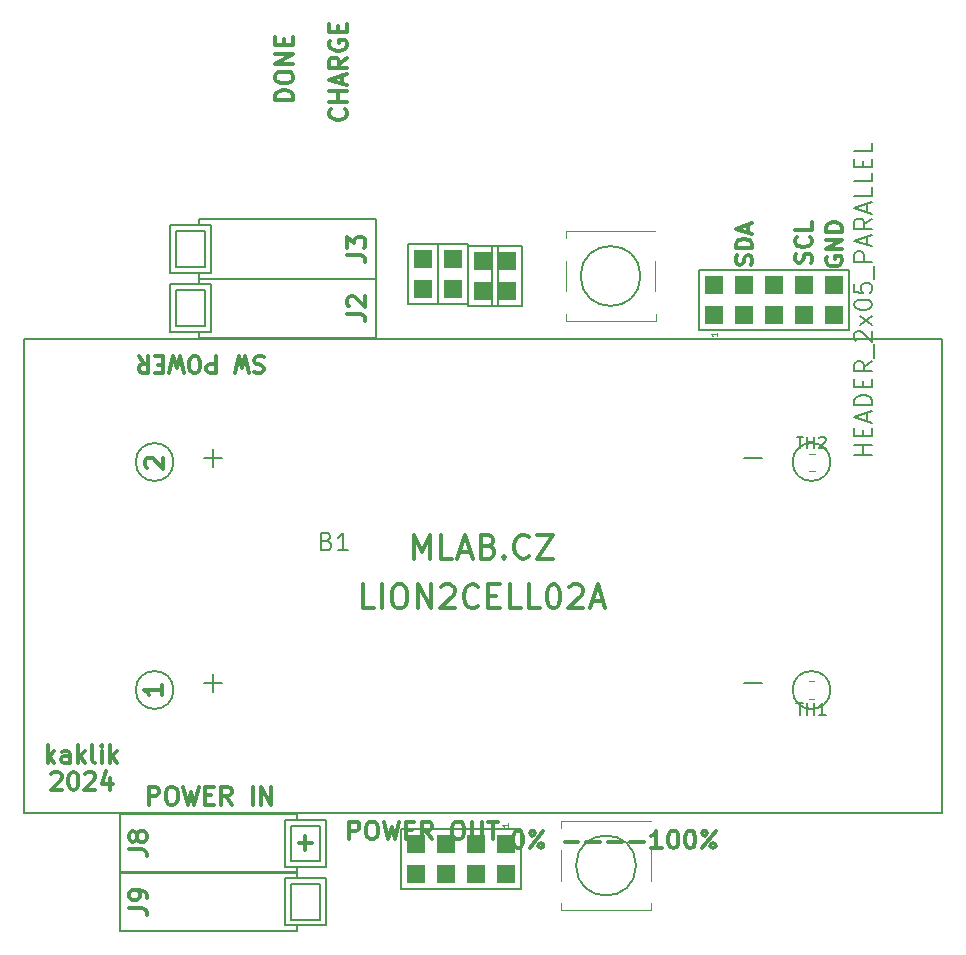
<source format=gbr>
%TF.GenerationSoftware,KiCad,Pcbnew,8.0.3+1*%
%TF.CreationDate,2024-07-21T23:12:17+00:00*%
%TF.ProjectId,LION2CELL02,4c494f4e-3243-4454-9c4c-30322e6b6963,rev?*%
%TF.SameCoordinates,Original*%
%TF.FileFunction,Legend,Top*%
%TF.FilePolarity,Positive*%
%FSLAX46Y46*%
G04 Gerber Fmt 4.6, Leading zero omitted, Abs format (unit mm)*
G04 Created by KiCad (PCBNEW 8.0.3+1) date 2024-07-21 23:12:17*
%MOMM*%
%LPD*%
G01*
G04 APERTURE LIST*
%ADD10C,0.300000*%
%ADD11C,0.375000*%
%ADD12C,0.304800*%
%ADD13C,0.050000*%
%ADD14C,0.150000*%
%ADD15C,0.200000*%
%ADD16C,0.120000*%
%ADD17C,0.127000*%
%ADD18R,1.524000X1.524000*%
G04 APERTURE END LIST*
D10*
X73463400Y62059035D02*
X73530066Y62259035D01*
X73530066Y62259035D02*
X73530066Y62592368D01*
X73530066Y62592368D02*
X73463400Y62725702D01*
X73463400Y62725702D02*
X73396733Y62792368D01*
X73396733Y62792368D02*
X73263400Y62859035D01*
X73263400Y62859035D02*
X73130066Y62859035D01*
X73130066Y62859035D02*
X72996733Y62792368D01*
X72996733Y62792368D02*
X72930066Y62725702D01*
X72930066Y62725702D02*
X72863400Y62592368D01*
X72863400Y62592368D02*
X72796733Y62325702D01*
X72796733Y62325702D02*
X72730066Y62192368D01*
X72730066Y62192368D02*
X72663400Y62125702D01*
X72663400Y62125702D02*
X72530066Y62059035D01*
X72530066Y62059035D02*
X72396733Y62059035D01*
X72396733Y62059035D02*
X72263400Y62125702D01*
X72263400Y62125702D02*
X72196733Y62192368D01*
X72196733Y62192368D02*
X72130066Y62325702D01*
X72130066Y62325702D02*
X72130066Y62659035D01*
X72130066Y62659035D02*
X72196733Y62859035D01*
X73396733Y64259035D02*
X73463400Y64192368D01*
X73463400Y64192368D02*
X73530066Y63992368D01*
X73530066Y63992368D02*
X73530066Y63859035D01*
X73530066Y63859035D02*
X73463400Y63659035D01*
X73463400Y63659035D02*
X73330066Y63525701D01*
X73330066Y63525701D02*
X73196733Y63459035D01*
X73196733Y63459035D02*
X72930066Y63392368D01*
X72930066Y63392368D02*
X72730066Y63392368D01*
X72730066Y63392368D02*
X72463400Y63459035D01*
X72463400Y63459035D02*
X72330066Y63525701D01*
X72330066Y63525701D02*
X72196733Y63659035D01*
X72196733Y63659035D02*
X72130066Y63859035D01*
X72130066Y63859035D02*
X72130066Y63992368D01*
X72130066Y63992368D02*
X72196733Y64192368D01*
X72196733Y64192368D02*
X72263400Y64259035D01*
X73530066Y65525701D02*
X73530066Y64859035D01*
X73530066Y64859035D02*
X72130066Y64859035D01*
D11*
X17249685Y44732630D02*
X17178257Y44804058D01*
X17178257Y44804058D02*
X17106828Y44946915D01*
X17106828Y44946915D02*
X17106828Y45304058D01*
X17106828Y45304058D02*
X17178257Y45446915D01*
X17178257Y45446915D02*
X17249685Y45518344D01*
X17249685Y45518344D02*
X17392542Y45589773D01*
X17392542Y45589773D02*
X17535400Y45589773D01*
X17535400Y45589773D02*
X17749685Y45518344D01*
X17749685Y45518344D02*
X18606828Y44661201D01*
X18606828Y44661201D02*
X18606828Y45589773D01*
D10*
X68446900Y61904035D02*
X68513566Y62104035D01*
X68513566Y62104035D02*
X68513566Y62437368D01*
X68513566Y62437368D02*
X68446900Y62570702D01*
X68446900Y62570702D02*
X68380233Y62637368D01*
X68380233Y62637368D02*
X68246900Y62704035D01*
X68246900Y62704035D02*
X68113566Y62704035D01*
X68113566Y62704035D02*
X67980233Y62637368D01*
X67980233Y62637368D02*
X67913566Y62570702D01*
X67913566Y62570702D02*
X67846900Y62437368D01*
X67846900Y62437368D02*
X67780233Y62170702D01*
X67780233Y62170702D02*
X67713566Y62037368D01*
X67713566Y62037368D02*
X67646900Y61970702D01*
X67646900Y61970702D02*
X67513566Y61904035D01*
X67513566Y61904035D02*
X67380233Y61904035D01*
X67380233Y61904035D02*
X67246900Y61970702D01*
X67246900Y61970702D02*
X67180233Y62037368D01*
X67180233Y62037368D02*
X67113566Y62170702D01*
X67113566Y62170702D02*
X67113566Y62504035D01*
X67113566Y62504035D02*
X67180233Y62704035D01*
X68513566Y63304035D02*
X67113566Y63304035D01*
X67113566Y63304035D02*
X67113566Y63637368D01*
X67113566Y63637368D02*
X67180233Y63837368D01*
X67180233Y63837368D02*
X67313566Y63970701D01*
X67313566Y63970701D02*
X67446900Y64037368D01*
X67446900Y64037368D02*
X67713566Y64104035D01*
X67713566Y64104035D02*
X67913566Y64104035D01*
X67913566Y64104035D02*
X68180233Y64037368D01*
X68180233Y64037368D02*
X68313566Y63970701D01*
X68313566Y63970701D02*
X68446900Y63837368D01*
X68446900Y63837368D02*
X68513566Y63637368D01*
X68513566Y63637368D02*
X68513566Y63304035D01*
X68113566Y64637368D02*
X68113566Y65304035D01*
X68513566Y64504035D02*
X67113566Y64970701D01*
X67113566Y64970701D02*
X68513566Y65437368D01*
D11*
X18530628Y26336573D02*
X18530628Y25479430D01*
X18530628Y25908001D02*
X17030628Y25908001D01*
X17030628Y25908001D02*
X17244914Y25765144D01*
X17244914Y25765144D02*
X17387771Y25622287D01*
X17387771Y25622287D02*
X17459200Y25479430D01*
D10*
X34397927Y13263672D02*
X34397927Y14763672D01*
X34397927Y14763672D02*
X34969356Y14763672D01*
X34969356Y14763672D02*
X35112213Y14692243D01*
X35112213Y14692243D02*
X35183642Y14620815D01*
X35183642Y14620815D02*
X35255070Y14477958D01*
X35255070Y14477958D02*
X35255070Y14263672D01*
X35255070Y14263672D02*
X35183642Y14120815D01*
X35183642Y14120815D02*
X35112213Y14049386D01*
X35112213Y14049386D02*
X34969356Y13977958D01*
X34969356Y13977958D02*
X34397927Y13977958D01*
X36183642Y14763672D02*
X36469356Y14763672D01*
X36469356Y14763672D02*
X36612213Y14692243D01*
X36612213Y14692243D02*
X36755070Y14549386D01*
X36755070Y14549386D02*
X36826499Y14263672D01*
X36826499Y14263672D02*
X36826499Y13763672D01*
X36826499Y13763672D02*
X36755070Y13477958D01*
X36755070Y13477958D02*
X36612213Y13335100D01*
X36612213Y13335100D02*
X36469356Y13263672D01*
X36469356Y13263672D02*
X36183642Y13263672D01*
X36183642Y13263672D02*
X36040785Y13335100D01*
X36040785Y13335100D02*
X35897927Y13477958D01*
X35897927Y13477958D02*
X35826499Y13763672D01*
X35826499Y13763672D02*
X35826499Y14263672D01*
X35826499Y14263672D02*
X35897927Y14549386D01*
X35897927Y14549386D02*
X36040785Y14692243D01*
X36040785Y14692243D02*
X36183642Y14763672D01*
X37326499Y14763672D02*
X37683642Y13263672D01*
X37683642Y13263672D02*
X37969356Y14335100D01*
X37969356Y14335100D02*
X38255071Y13263672D01*
X38255071Y13263672D02*
X38612214Y14763672D01*
X39183642Y14049386D02*
X39683642Y14049386D01*
X39897928Y13263672D02*
X39183642Y13263672D01*
X39183642Y13263672D02*
X39183642Y14763672D01*
X39183642Y14763672D02*
X39897928Y14763672D01*
X41397928Y13263672D02*
X40897928Y13977958D01*
X40540785Y13263672D02*
X40540785Y14763672D01*
X40540785Y14763672D02*
X41112214Y14763672D01*
X41112214Y14763672D02*
X41255071Y14692243D01*
X41255071Y14692243D02*
X41326500Y14620815D01*
X41326500Y14620815D02*
X41397928Y14477958D01*
X41397928Y14477958D02*
X41397928Y14263672D01*
X41397928Y14263672D02*
X41326500Y14120815D01*
X41326500Y14120815D02*
X41255071Y14049386D01*
X41255071Y14049386D02*
X41112214Y13977958D01*
X41112214Y13977958D02*
X40540785Y13977958D01*
X43469357Y14763672D02*
X43755071Y14763672D01*
X43755071Y14763672D02*
X43897928Y14692243D01*
X43897928Y14692243D02*
X44040785Y14549386D01*
X44040785Y14549386D02*
X44112214Y14263672D01*
X44112214Y14263672D02*
X44112214Y13763672D01*
X44112214Y13763672D02*
X44040785Y13477958D01*
X44040785Y13477958D02*
X43897928Y13335100D01*
X43897928Y13335100D02*
X43755071Y13263672D01*
X43755071Y13263672D02*
X43469357Y13263672D01*
X43469357Y13263672D02*
X43326500Y13335100D01*
X43326500Y13335100D02*
X43183642Y13477958D01*
X43183642Y13477958D02*
X43112214Y13763672D01*
X43112214Y13763672D02*
X43112214Y14263672D01*
X43112214Y14263672D02*
X43183642Y14549386D01*
X43183642Y14549386D02*
X43326500Y14692243D01*
X43326500Y14692243D02*
X43469357Y14763672D01*
X44755071Y14763672D02*
X44755071Y13549386D01*
X44755071Y13549386D02*
X44826500Y13406529D01*
X44826500Y13406529D02*
X44897929Y13335100D01*
X44897929Y13335100D02*
X45040786Y13263672D01*
X45040786Y13263672D02*
X45326500Y13263672D01*
X45326500Y13263672D02*
X45469357Y13335100D01*
X45469357Y13335100D02*
X45540786Y13406529D01*
X45540786Y13406529D02*
X45612214Y13549386D01*
X45612214Y13549386D02*
X45612214Y14763672D01*
X46112215Y14763672D02*
X46969358Y14763672D01*
X46540786Y13263672D02*
X46540786Y14763672D01*
X30099071Y12946100D02*
X31241929Y12946100D01*
X30670500Y12374672D02*
X30670500Y13517529D01*
X8854642Y19740672D02*
X8854642Y21240672D01*
X8997500Y20312100D02*
X9426071Y19740672D01*
X9426071Y20740672D02*
X8854642Y20169243D01*
X10711786Y19740672D02*
X10711786Y20526386D01*
X10711786Y20526386D02*
X10640357Y20669243D01*
X10640357Y20669243D02*
X10497500Y20740672D01*
X10497500Y20740672D02*
X10211786Y20740672D01*
X10211786Y20740672D02*
X10068928Y20669243D01*
X10711786Y19812100D02*
X10568928Y19740672D01*
X10568928Y19740672D02*
X10211786Y19740672D01*
X10211786Y19740672D02*
X10068928Y19812100D01*
X10068928Y19812100D02*
X9997500Y19954958D01*
X9997500Y19954958D02*
X9997500Y20097815D01*
X9997500Y20097815D02*
X10068928Y20240672D01*
X10068928Y20240672D02*
X10211786Y20312100D01*
X10211786Y20312100D02*
X10568928Y20312100D01*
X10568928Y20312100D02*
X10711786Y20383529D01*
X11426071Y19740672D02*
X11426071Y21240672D01*
X11568929Y20312100D02*
X11997500Y19740672D01*
X11997500Y20740672D02*
X11426071Y20169243D01*
X12854643Y19740672D02*
X12711786Y19812100D01*
X12711786Y19812100D02*
X12640357Y19954958D01*
X12640357Y19954958D02*
X12640357Y21240672D01*
X13426071Y19740672D02*
X13426071Y20740672D01*
X13426071Y21240672D02*
X13354643Y21169243D01*
X13354643Y21169243D02*
X13426071Y21097815D01*
X13426071Y21097815D02*
X13497500Y21169243D01*
X13497500Y21169243D02*
X13426071Y21240672D01*
X13426071Y21240672D02*
X13426071Y21097815D01*
X14140357Y19740672D02*
X14140357Y21240672D01*
X14283215Y20312100D02*
X14711786Y19740672D01*
X14711786Y20740672D02*
X14140357Y20169243D01*
X29634328Y75843143D02*
X28134328Y75843143D01*
X28134328Y75843143D02*
X28134328Y76200286D01*
X28134328Y76200286D02*
X28205757Y76414572D01*
X28205757Y76414572D02*
X28348614Y76557429D01*
X28348614Y76557429D02*
X28491471Y76628858D01*
X28491471Y76628858D02*
X28777185Y76700286D01*
X28777185Y76700286D02*
X28991471Y76700286D01*
X28991471Y76700286D02*
X29277185Y76628858D01*
X29277185Y76628858D02*
X29420042Y76557429D01*
X29420042Y76557429D02*
X29562900Y76414572D01*
X29562900Y76414572D02*
X29634328Y76200286D01*
X29634328Y76200286D02*
X29634328Y75843143D01*
X28134328Y77628858D02*
X28134328Y77914572D01*
X28134328Y77914572D02*
X28205757Y78057429D01*
X28205757Y78057429D02*
X28348614Y78200286D01*
X28348614Y78200286D02*
X28634328Y78271715D01*
X28634328Y78271715D02*
X29134328Y78271715D01*
X29134328Y78271715D02*
X29420042Y78200286D01*
X29420042Y78200286D02*
X29562900Y78057429D01*
X29562900Y78057429D02*
X29634328Y77914572D01*
X29634328Y77914572D02*
X29634328Y77628858D01*
X29634328Y77628858D02*
X29562900Y77486000D01*
X29562900Y77486000D02*
X29420042Y77343143D01*
X29420042Y77343143D02*
X29134328Y77271715D01*
X29134328Y77271715D02*
X28634328Y77271715D01*
X28634328Y77271715D02*
X28348614Y77343143D01*
X28348614Y77343143D02*
X28205757Y77486000D01*
X28205757Y77486000D02*
X28134328Y77628858D01*
X29634328Y78914572D02*
X28134328Y78914572D01*
X28134328Y78914572D02*
X29634328Y79771715D01*
X29634328Y79771715D02*
X28134328Y79771715D01*
X28848614Y80486001D02*
X28848614Y80986001D01*
X29634328Y81200287D02*
X29634328Y80486001D01*
X29634328Y80486001D02*
X28134328Y80486001D01*
X28134328Y80486001D02*
X28134328Y81200287D01*
X27169400Y54083200D02*
X26969400Y54149867D01*
X26969400Y54149867D02*
X26636067Y54149867D01*
X26636067Y54149867D02*
X26502733Y54083200D01*
X26502733Y54083200D02*
X26436067Y54016534D01*
X26436067Y54016534D02*
X26369400Y53883200D01*
X26369400Y53883200D02*
X26369400Y53749867D01*
X26369400Y53749867D02*
X26436067Y53616534D01*
X26436067Y53616534D02*
X26502733Y53549867D01*
X26502733Y53549867D02*
X26636067Y53483200D01*
X26636067Y53483200D02*
X26902733Y53416534D01*
X26902733Y53416534D02*
X27036067Y53349867D01*
X27036067Y53349867D02*
X27102733Y53283200D01*
X27102733Y53283200D02*
X27169400Y53149867D01*
X27169400Y53149867D02*
X27169400Y53016534D01*
X27169400Y53016534D02*
X27102733Y52883200D01*
X27102733Y52883200D02*
X27036067Y52816534D01*
X27036067Y52816534D02*
X26902733Y52749867D01*
X26902733Y52749867D02*
X26569400Y52749867D01*
X26569400Y52749867D02*
X26369400Y52816534D01*
X25902734Y52749867D02*
X25569400Y54149867D01*
X25569400Y54149867D02*
X25302734Y53149867D01*
X25302734Y53149867D02*
X25036067Y54149867D01*
X25036067Y54149867D02*
X24702734Y52749867D01*
X23102733Y54149867D02*
X23102733Y52749867D01*
X23102733Y52749867D02*
X22569400Y52749867D01*
X22569400Y52749867D02*
X22436067Y52816534D01*
X22436067Y52816534D02*
X22369400Y52883200D01*
X22369400Y52883200D02*
X22302733Y53016534D01*
X22302733Y53016534D02*
X22302733Y53216534D01*
X22302733Y53216534D02*
X22369400Y53349867D01*
X22369400Y53349867D02*
X22436067Y53416534D01*
X22436067Y53416534D02*
X22569400Y53483200D01*
X22569400Y53483200D02*
X23102733Y53483200D01*
X21436067Y52749867D02*
X21169400Y52749867D01*
X21169400Y52749867D02*
X21036067Y52816534D01*
X21036067Y52816534D02*
X20902733Y52949867D01*
X20902733Y52949867D02*
X20836067Y53216534D01*
X20836067Y53216534D02*
X20836067Y53683200D01*
X20836067Y53683200D02*
X20902733Y53949867D01*
X20902733Y53949867D02*
X21036067Y54083200D01*
X21036067Y54083200D02*
X21169400Y54149867D01*
X21169400Y54149867D02*
X21436067Y54149867D01*
X21436067Y54149867D02*
X21569400Y54083200D01*
X21569400Y54083200D02*
X21702733Y53949867D01*
X21702733Y53949867D02*
X21769400Y53683200D01*
X21769400Y53683200D02*
X21769400Y53216534D01*
X21769400Y53216534D02*
X21702733Y52949867D01*
X21702733Y52949867D02*
X21569400Y52816534D01*
X21569400Y52816534D02*
X21436067Y52749867D01*
X20369400Y52749867D02*
X20036066Y54149867D01*
X20036066Y54149867D02*
X19769400Y53149867D01*
X19769400Y53149867D02*
X19502733Y54149867D01*
X19502733Y54149867D02*
X19169400Y52749867D01*
X18636066Y53416534D02*
X18169400Y53416534D01*
X17969400Y54149867D02*
X18636066Y54149867D01*
X18636066Y54149867D02*
X18636066Y52749867D01*
X18636066Y52749867D02*
X17969400Y52749867D01*
X16569399Y54149867D02*
X17036066Y53483200D01*
X17369399Y54149867D02*
X17369399Y52749867D01*
X17369399Y52749867D02*
X16836066Y52749867D01*
X16836066Y52749867D02*
X16702733Y52816534D01*
X16702733Y52816534D02*
X16636066Y52883200D01*
X16636066Y52883200D02*
X16569399Y53016534D01*
X16569399Y53016534D02*
X16569399Y53216534D01*
X16569399Y53216534D02*
X16636066Y53349867D01*
X16636066Y53349867D02*
X16702733Y53416534D01*
X16702733Y53416534D02*
X16836066Y53483200D01*
X16836066Y53483200D02*
X17369399Y53483200D01*
X74800233Y62577035D02*
X74733566Y62443702D01*
X74733566Y62443702D02*
X74733566Y62243702D01*
X74733566Y62243702D02*
X74800233Y62043702D01*
X74800233Y62043702D02*
X74933566Y61910368D01*
X74933566Y61910368D02*
X75066900Y61843702D01*
X75066900Y61843702D02*
X75333566Y61777035D01*
X75333566Y61777035D02*
X75533566Y61777035D01*
X75533566Y61777035D02*
X75800233Y61843702D01*
X75800233Y61843702D02*
X75933566Y61910368D01*
X75933566Y61910368D02*
X76066900Y62043702D01*
X76066900Y62043702D02*
X76133566Y62243702D01*
X76133566Y62243702D02*
X76133566Y62377035D01*
X76133566Y62377035D02*
X76066900Y62577035D01*
X76066900Y62577035D02*
X76000233Y62643702D01*
X76000233Y62643702D02*
X75533566Y62643702D01*
X75533566Y62643702D02*
X75533566Y62377035D01*
X76133566Y63243702D02*
X74733566Y63243702D01*
X74733566Y63243702D02*
X76133566Y64043702D01*
X76133566Y64043702D02*
X74733566Y64043702D01*
X76133566Y64710369D02*
X74733566Y64710369D01*
X74733566Y64710369D02*
X74733566Y65043702D01*
X74733566Y65043702D02*
X74800233Y65243702D01*
X74800233Y65243702D02*
X74933566Y65377035D01*
X74933566Y65377035D02*
X75066900Y65443702D01*
X75066900Y65443702D02*
X75333566Y65510369D01*
X75333566Y65510369D02*
X75533566Y65510369D01*
X75533566Y65510369D02*
X75800233Y65443702D01*
X75800233Y65443702D02*
X75933566Y65377035D01*
X75933566Y65377035D02*
X76066900Y65243702D01*
X76066900Y65243702D02*
X76133566Y65043702D01*
X76133566Y65043702D02*
X76133566Y64710369D01*
X9176072Y18811815D02*
X9247500Y18883243D01*
X9247500Y18883243D02*
X9390358Y18954672D01*
X9390358Y18954672D02*
X9747500Y18954672D01*
X9747500Y18954672D02*
X9890358Y18883243D01*
X9890358Y18883243D02*
X9961786Y18811815D01*
X9961786Y18811815D02*
X10033215Y18668958D01*
X10033215Y18668958D02*
X10033215Y18526100D01*
X10033215Y18526100D02*
X9961786Y18311815D01*
X9961786Y18311815D02*
X9104643Y17454672D01*
X9104643Y17454672D02*
X10033215Y17454672D01*
X10961786Y18954672D02*
X11104643Y18954672D01*
X11104643Y18954672D02*
X11247500Y18883243D01*
X11247500Y18883243D02*
X11318929Y18811815D01*
X11318929Y18811815D02*
X11390357Y18668958D01*
X11390357Y18668958D02*
X11461786Y18383243D01*
X11461786Y18383243D02*
X11461786Y18026100D01*
X11461786Y18026100D02*
X11390357Y17740386D01*
X11390357Y17740386D02*
X11318929Y17597529D01*
X11318929Y17597529D02*
X11247500Y17526100D01*
X11247500Y17526100D02*
X11104643Y17454672D01*
X11104643Y17454672D02*
X10961786Y17454672D01*
X10961786Y17454672D02*
X10818929Y17526100D01*
X10818929Y17526100D02*
X10747500Y17597529D01*
X10747500Y17597529D02*
X10676071Y17740386D01*
X10676071Y17740386D02*
X10604643Y18026100D01*
X10604643Y18026100D02*
X10604643Y18383243D01*
X10604643Y18383243D02*
X10676071Y18668958D01*
X10676071Y18668958D02*
X10747500Y18811815D01*
X10747500Y18811815D02*
X10818929Y18883243D01*
X10818929Y18883243D02*
X10961786Y18954672D01*
X12033214Y18811815D02*
X12104642Y18883243D01*
X12104642Y18883243D02*
X12247500Y18954672D01*
X12247500Y18954672D02*
X12604642Y18954672D01*
X12604642Y18954672D02*
X12747500Y18883243D01*
X12747500Y18883243D02*
X12818928Y18811815D01*
X12818928Y18811815D02*
X12890357Y18668958D01*
X12890357Y18668958D02*
X12890357Y18526100D01*
X12890357Y18526100D02*
X12818928Y18311815D01*
X12818928Y18311815D02*
X11961785Y17454672D01*
X11961785Y17454672D02*
X12890357Y17454672D01*
X14176071Y18454672D02*
X14176071Y17454672D01*
X13818928Y19026100D02*
X13461785Y17954672D01*
X13461785Y17954672D02*
X14390356Y17954672D01*
X17427427Y16212672D02*
X17427427Y17712672D01*
X17427427Y17712672D02*
X17998856Y17712672D01*
X17998856Y17712672D02*
X18141713Y17641243D01*
X18141713Y17641243D02*
X18213142Y17569815D01*
X18213142Y17569815D02*
X18284570Y17426958D01*
X18284570Y17426958D02*
X18284570Y17212672D01*
X18284570Y17212672D02*
X18213142Y17069815D01*
X18213142Y17069815D02*
X18141713Y16998386D01*
X18141713Y16998386D02*
X17998856Y16926958D01*
X17998856Y16926958D02*
X17427427Y16926958D01*
X19213142Y17712672D02*
X19498856Y17712672D01*
X19498856Y17712672D02*
X19641713Y17641243D01*
X19641713Y17641243D02*
X19784570Y17498386D01*
X19784570Y17498386D02*
X19855999Y17212672D01*
X19855999Y17212672D02*
X19855999Y16712672D01*
X19855999Y16712672D02*
X19784570Y16426958D01*
X19784570Y16426958D02*
X19641713Y16284100D01*
X19641713Y16284100D02*
X19498856Y16212672D01*
X19498856Y16212672D02*
X19213142Y16212672D01*
X19213142Y16212672D02*
X19070285Y16284100D01*
X19070285Y16284100D02*
X18927427Y16426958D01*
X18927427Y16426958D02*
X18855999Y16712672D01*
X18855999Y16712672D02*
X18855999Y17212672D01*
X18855999Y17212672D02*
X18927427Y17498386D01*
X18927427Y17498386D02*
X19070285Y17641243D01*
X19070285Y17641243D02*
X19213142Y17712672D01*
X20355999Y17712672D02*
X20713142Y16212672D01*
X20713142Y16212672D02*
X20998856Y17284100D01*
X20998856Y17284100D02*
X21284571Y16212672D01*
X21284571Y16212672D02*
X21641714Y17712672D01*
X22213142Y16998386D02*
X22713142Y16998386D01*
X22927428Y16212672D02*
X22213142Y16212672D01*
X22213142Y16212672D02*
X22213142Y17712672D01*
X22213142Y17712672D02*
X22927428Y17712672D01*
X24427428Y16212672D02*
X23927428Y16926958D01*
X23570285Y16212672D02*
X23570285Y17712672D01*
X23570285Y17712672D02*
X24141714Y17712672D01*
X24141714Y17712672D02*
X24284571Y17641243D01*
X24284571Y17641243D02*
X24356000Y17569815D01*
X24356000Y17569815D02*
X24427428Y17426958D01*
X24427428Y17426958D02*
X24427428Y17212672D01*
X24427428Y17212672D02*
X24356000Y17069815D01*
X24356000Y17069815D02*
X24284571Y16998386D01*
X24284571Y16998386D02*
X24141714Y16926958D01*
X24141714Y16926958D02*
X23570285Y16926958D01*
X26213142Y16212672D02*
X26213142Y17712672D01*
X26927428Y16212672D02*
X26927428Y17712672D01*
X26927428Y17712672D02*
X27784571Y16212672D01*
X27784571Y16212672D02*
X27784571Y17712672D01*
X39894595Y37035362D02*
X39894595Y39035362D01*
X39894595Y39035362D02*
X40561262Y37606791D01*
X40561262Y37606791D02*
X41227928Y39035362D01*
X41227928Y39035362D02*
X41227928Y37035362D01*
X43132690Y37035362D02*
X42180309Y37035362D01*
X42180309Y37035362D02*
X42180309Y39035362D01*
X43704119Y37606791D02*
X44656500Y37606791D01*
X43513643Y37035362D02*
X44180309Y39035362D01*
X44180309Y39035362D02*
X44846976Y37035362D01*
X46180310Y38082981D02*
X46466024Y37987743D01*
X46466024Y37987743D02*
X46561262Y37892505D01*
X46561262Y37892505D02*
X46656500Y37702029D01*
X46656500Y37702029D02*
X46656500Y37416315D01*
X46656500Y37416315D02*
X46561262Y37225839D01*
X46561262Y37225839D02*
X46466024Y37130600D01*
X46466024Y37130600D02*
X46275548Y37035362D01*
X46275548Y37035362D02*
X45513643Y37035362D01*
X45513643Y37035362D02*
X45513643Y39035362D01*
X45513643Y39035362D02*
X46180310Y39035362D01*
X46180310Y39035362D02*
X46370786Y38940124D01*
X46370786Y38940124D02*
X46466024Y38844886D01*
X46466024Y38844886D02*
X46561262Y38654410D01*
X46561262Y38654410D02*
X46561262Y38463934D01*
X46561262Y38463934D02*
X46466024Y38273458D01*
X46466024Y38273458D02*
X46370786Y38178220D01*
X46370786Y38178220D02*
X46180310Y38082981D01*
X46180310Y38082981D02*
X45513643Y38082981D01*
X47513643Y37225839D02*
X47608881Y37130600D01*
X47608881Y37130600D02*
X47513643Y37035362D01*
X47513643Y37035362D02*
X47418405Y37130600D01*
X47418405Y37130600D02*
X47513643Y37225839D01*
X47513643Y37225839D02*
X47513643Y37035362D01*
X49608881Y37225839D02*
X49513643Y37130600D01*
X49513643Y37130600D02*
X49227929Y37035362D01*
X49227929Y37035362D02*
X49037453Y37035362D01*
X49037453Y37035362D02*
X48751738Y37130600D01*
X48751738Y37130600D02*
X48561262Y37321077D01*
X48561262Y37321077D02*
X48466024Y37511553D01*
X48466024Y37511553D02*
X48370786Y37892505D01*
X48370786Y37892505D02*
X48370786Y38178220D01*
X48370786Y38178220D02*
X48466024Y38559172D01*
X48466024Y38559172D02*
X48561262Y38749648D01*
X48561262Y38749648D02*
X48751738Y38940124D01*
X48751738Y38940124D02*
X49037453Y39035362D01*
X49037453Y39035362D02*
X49227929Y39035362D01*
X49227929Y39035362D02*
X49513643Y38940124D01*
X49513643Y38940124D02*
X49608881Y38844886D01*
X50275548Y39035362D02*
X51608881Y39035362D01*
X51608881Y39035362D02*
X50275548Y37035362D01*
X50275548Y37035362D02*
X51608881Y37035362D01*
X36466023Y32844362D02*
X35513642Y32844362D01*
X35513642Y32844362D02*
X35513642Y34844362D01*
X37132690Y32844362D02*
X37132690Y34844362D01*
X38466023Y34844362D02*
X38846976Y34844362D01*
X38846976Y34844362D02*
X39037452Y34749124D01*
X39037452Y34749124D02*
X39227928Y34558648D01*
X39227928Y34558648D02*
X39323166Y34177696D01*
X39323166Y34177696D02*
X39323166Y33511029D01*
X39323166Y33511029D02*
X39227928Y33130077D01*
X39227928Y33130077D02*
X39037452Y32939600D01*
X39037452Y32939600D02*
X38846976Y32844362D01*
X38846976Y32844362D02*
X38466023Y32844362D01*
X38466023Y32844362D02*
X38275547Y32939600D01*
X38275547Y32939600D02*
X38085071Y33130077D01*
X38085071Y33130077D02*
X37989833Y33511029D01*
X37989833Y33511029D02*
X37989833Y34177696D01*
X37989833Y34177696D02*
X38085071Y34558648D01*
X38085071Y34558648D02*
X38275547Y34749124D01*
X38275547Y34749124D02*
X38466023Y34844362D01*
X40180309Y32844362D02*
X40180309Y34844362D01*
X40180309Y34844362D02*
X41323166Y32844362D01*
X41323166Y32844362D02*
X41323166Y34844362D01*
X42180309Y34653886D02*
X42275547Y34749124D01*
X42275547Y34749124D02*
X42466023Y34844362D01*
X42466023Y34844362D02*
X42942214Y34844362D01*
X42942214Y34844362D02*
X43132690Y34749124D01*
X43132690Y34749124D02*
X43227928Y34653886D01*
X43227928Y34653886D02*
X43323166Y34463410D01*
X43323166Y34463410D02*
X43323166Y34272934D01*
X43323166Y34272934D02*
X43227928Y33987220D01*
X43227928Y33987220D02*
X42085071Y32844362D01*
X42085071Y32844362D02*
X43323166Y32844362D01*
X45323166Y33034839D02*
X45227928Y32939600D01*
X45227928Y32939600D02*
X44942214Y32844362D01*
X44942214Y32844362D02*
X44751738Y32844362D01*
X44751738Y32844362D02*
X44466023Y32939600D01*
X44466023Y32939600D02*
X44275547Y33130077D01*
X44275547Y33130077D02*
X44180309Y33320553D01*
X44180309Y33320553D02*
X44085071Y33701505D01*
X44085071Y33701505D02*
X44085071Y33987220D01*
X44085071Y33987220D02*
X44180309Y34368172D01*
X44180309Y34368172D02*
X44275547Y34558648D01*
X44275547Y34558648D02*
X44466023Y34749124D01*
X44466023Y34749124D02*
X44751738Y34844362D01*
X44751738Y34844362D02*
X44942214Y34844362D01*
X44942214Y34844362D02*
X45227928Y34749124D01*
X45227928Y34749124D02*
X45323166Y34653886D01*
X46180309Y33891981D02*
X46846976Y33891981D01*
X47132690Y32844362D02*
X46180309Y32844362D01*
X46180309Y32844362D02*
X46180309Y34844362D01*
X46180309Y34844362D02*
X47132690Y34844362D01*
X48942214Y32844362D02*
X47989833Y32844362D01*
X47989833Y32844362D02*
X47989833Y34844362D01*
X50561262Y32844362D02*
X49608881Y32844362D01*
X49608881Y32844362D02*
X49608881Y34844362D01*
X51608881Y34844362D02*
X51799358Y34844362D01*
X51799358Y34844362D02*
X51989834Y34749124D01*
X51989834Y34749124D02*
X52085072Y34653886D01*
X52085072Y34653886D02*
X52180310Y34463410D01*
X52180310Y34463410D02*
X52275548Y34082458D01*
X52275548Y34082458D02*
X52275548Y33606267D01*
X52275548Y33606267D02*
X52180310Y33225315D01*
X52180310Y33225315D02*
X52085072Y33034839D01*
X52085072Y33034839D02*
X51989834Y32939600D01*
X51989834Y32939600D02*
X51799358Y32844362D01*
X51799358Y32844362D02*
X51608881Y32844362D01*
X51608881Y32844362D02*
X51418405Y32939600D01*
X51418405Y32939600D02*
X51323167Y33034839D01*
X51323167Y33034839D02*
X51227929Y33225315D01*
X51227929Y33225315D02*
X51132691Y33606267D01*
X51132691Y33606267D02*
X51132691Y34082458D01*
X51132691Y34082458D02*
X51227929Y34463410D01*
X51227929Y34463410D02*
X51323167Y34653886D01*
X51323167Y34653886D02*
X51418405Y34749124D01*
X51418405Y34749124D02*
X51608881Y34844362D01*
X53037453Y34653886D02*
X53132691Y34749124D01*
X53132691Y34749124D02*
X53323167Y34844362D01*
X53323167Y34844362D02*
X53799358Y34844362D01*
X53799358Y34844362D02*
X53989834Y34749124D01*
X53989834Y34749124D02*
X54085072Y34653886D01*
X54085072Y34653886D02*
X54180310Y34463410D01*
X54180310Y34463410D02*
X54180310Y34272934D01*
X54180310Y34272934D02*
X54085072Y33987220D01*
X54085072Y33987220D02*
X52942215Y32844362D01*
X52942215Y32844362D02*
X54180310Y32844362D01*
X54942215Y33415791D02*
X55894596Y33415791D01*
X54751739Y32844362D02*
X55418405Y34844362D01*
X55418405Y34844362D02*
X56085072Y32844362D01*
X34063471Y75089143D02*
X34134900Y75017715D01*
X34134900Y75017715D02*
X34206328Y74803429D01*
X34206328Y74803429D02*
X34206328Y74660572D01*
X34206328Y74660572D02*
X34134900Y74446286D01*
X34134900Y74446286D02*
X33992042Y74303429D01*
X33992042Y74303429D02*
X33849185Y74232000D01*
X33849185Y74232000D02*
X33563471Y74160572D01*
X33563471Y74160572D02*
X33349185Y74160572D01*
X33349185Y74160572D02*
X33063471Y74232000D01*
X33063471Y74232000D02*
X32920614Y74303429D01*
X32920614Y74303429D02*
X32777757Y74446286D01*
X32777757Y74446286D02*
X32706328Y74660572D01*
X32706328Y74660572D02*
X32706328Y74803429D01*
X32706328Y74803429D02*
X32777757Y75017715D01*
X32777757Y75017715D02*
X32849185Y75089143D01*
X34206328Y75732000D02*
X32706328Y75732000D01*
X33420614Y75732000D02*
X33420614Y76589143D01*
X34206328Y76589143D02*
X32706328Y76589143D01*
X33777757Y77232001D02*
X33777757Y77946286D01*
X34206328Y77089144D02*
X32706328Y77589144D01*
X32706328Y77589144D02*
X34206328Y78089144D01*
X34206328Y79446286D02*
X33492042Y78946286D01*
X34206328Y78589143D02*
X32706328Y78589143D01*
X32706328Y78589143D02*
X32706328Y79160572D01*
X32706328Y79160572D02*
X32777757Y79303429D01*
X32777757Y79303429D02*
X32849185Y79374858D01*
X32849185Y79374858D02*
X32992042Y79446286D01*
X32992042Y79446286D02*
X33206328Y79446286D01*
X33206328Y79446286D02*
X33349185Y79374858D01*
X33349185Y79374858D02*
X33420614Y79303429D01*
X33420614Y79303429D02*
X33492042Y79160572D01*
X33492042Y79160572D02*
X33492042Y78589143D01*
X32777757Y80874858D02*
X32706328Y80732000D01*
X32706328Y80732000D02*
X32706328Y80517715D01*
X32706328Y80517715D02*
X32777757Y80303429D01*
X32777757Y80303429D02*
X32920614Y80160572D01*
X32920614Y80160572D02*
X33063471Y80089143D01*
X33063471Y80089143D02*
X33349185Y80017715D01*
X33349185Y80017715D02*
X33563471Y80017715D01*
X33563471Y80017715D02*
X33849185Y80089143D01*
X33849185Y80089143D02*
X33992042Y80160572D01*
X33992042Y80160572D02*
X34134900Y80303429D01*
X34134900Y80303429D02*
X34206328Y80517715D01*
X34206328Y80517715D02*
X34206328Y80660572D01*
X34206328Y80660572D02*
X34134900Y80874858D01*
X34134900Y80874858D02*
X34063471Y80946286D01*
X34063471Y80946286D02*
X33563471Y80946286D01*
X33563471Y80946286D02*
X33563471Y80660572D01*
X33420614Y81589143D02*
X33420614Y82089143D01*
X34206328Y82303429D02*
X34206328Y81589143D01*
X34206328Y81589143D02*
X32706328Y81589143D01*
X32706328Y81589143D02*
X32706328Y82303429D01*
X48618215Y14001672D02*
X48761072Y14001672D01*
X48761072Y14001672D02*
X48903929Y13930243D01*
X48903929Y13930243D02*
X48975358Y13858815D01*
X48975358Y13858815D02*
X49046786Y13715958D01*
X49046786Y13715958D02*
X49118215Y13430243D01*
X49118215Y13430243D02*
X49118215Y13073100D01*
X49118215Y13073100D02*
X49046786Y12787386D01*
X49046786Y12787386D02*
X48975358Y12644529D01*
X48975358Y12644529D02*
X48903929Y12573100D01*
X48903929Y12573100D02*
X48761072Y12501672D01*
X48761072Y12501672D02*
X48618215Y12501672D01*
X48618215Y12501672D02*
X48475358Y12573100D01*
X48475358Y12573100D02*
X48403929Y12644529D01*
X48403929Y12644529D02*
X48332500Y12787386D01*
X48332500Y12787386D02*
X48261072Y13073100D01*
X48261072Y13073100D02*
X48261072Y13430243D01*
X48261072Y13430243D02*
X48332500Y13715958D01*
X48332500Y13715958D02*
X48403929Y13858815D01*
X48403929Y13858815D02*
X48475358Y13930243D01*
X48475358Y13930243D02*
X48618215Y14001672D01*
X49689643Y12501672D02*
X50832500Y14001672D01*
X49903929Y14001672D02*
X50046786Y13930243D01*
X50046786Y13930243D02*
X50118214Y13787386D01*
X50118214Y13787386D02*
X50046786Y13644529D01*
X50046786Y13644529D02*
X49903929Y13573100D01*
X49903929Y13573100D02*
X49761071Y13644529D01*
X49761071Y13644529D02*
X49689643Y13787386D01*
X49689643Y13787386D02*
X49761071Y13930243D01*
X49761071Y13930243D02*
X49903929Y14001672D01*
X50761071Y12573100D02*
X50832500Y12715958D01*
X50832500Y12715958D02*
X50761071Y12858815D01*
X50761071Y12858815D02*
X50618214Y12930243D01*
X50618214Y12930243D02*
X50475357Y12858815D01*
X50475357Y12858815D02*
X50403929Y12715958D01*
X50403929Y12715958D02*
X50475357Y12573100D01*
X50475357Y12573100D02*
X50618214Y12501672D01*
X50618214Y12501672D02*
X50761071Y12573100D01*
X52618214Y13073100D02*
X53761072Y13073100D01*
X54475357Y13073100D02*
X55618215Y13073100D01*
X56332500Y13073100D02*
X57475358Y13073100D01*
X58189643Y13073100D02*
X59332501Y13073100D01*
X60832501Y12501672D02*
X59975358Y12501672D01*
X60403929Y12501672D02*
X60403929Y14001672D01*
X60403929Y14001672D02*
X60261072Y13787386D01*
X60261072Y13787386D02*
X60118215Y13644529D01*
X60118215Y13644529D02*
X59975358Y13573100D01*
X61761072Y14001672D02*
X61903929Y14001672D01*
X61903929Y14001672D02*
X62046786Y13930243D01*
X62046786Y13930243D02*
X62118215Y13858815D01*
X62118215Y13858815D02*
X62189643Y13715958D01*
X62189643Y13715958D02*
X62261072Y13430243D01*
X62261072Y13430243D02*
X62261072Y13073100D01*
X62261072Y13073100D02*
X62189643Y12787386D01*
X62189643Y12787386D02*
X62118215Y12644529D01*
X62118215Y12644529D02*
X62046786Y12573100D01*
X62046786Y12573100D02*
X61903929Y12501672D01*
X61903929Y12501672D02*
X61761072Y12501672D01*
X61761072Y12501672D02*
X61618215Y12573100D01*
X61618215Y12573100D02*
X61546786Y12644529D01*
X61546786Y12644529D02*
X61475357Y12787386D01*
X61475357Y12787386D02*
X61403929Y13073100D01*
X61403929Y13073100D02*
X61403929Y13430243D01*
X61403929Y13430243D02*
X61475357Y13715958D01*
X61475357Y13715958D02*
X61546786Y13858815D01*
X61546786Y13858815D02*
X61618215Y13930243D01*
X61618215Y13930243D02*
X61761072Y14001672D01*
X63189643Y14001672D02*
X63332500Y14001672D01*
X63332500Y14001672D02*
X63475357Y13930243D01*
X63475357Y13930243D02*
X63546786Y13858815D01*
X63546786Y13858815D02*
X63618214Y13715958D01*
X63618214Y13715958D02*
X63689643Y13430243D01*
X63689643Y13430243D02*
X63689643Y13073100D01*
X63689643Y13073100D02*
X63618214Y12787386D01*
X63618214Y12787386D02*
X63546786Y12644529D01*
X63546786Y12644529D02*
X63475357Y12573100D01*
X63475357Y12573100D02*
X63332500Y12501672D01*
X63332500Y12501672D02*
X63189643Y12501672D01*
X63189643Y12501672D02*
X63046786Y12573100D01*
X63046786Y12573100D02*
X62975357Y12644529D01*
X62975357Y12644529D02*
X62903928Y12787386D01*
X62903928Y12787386D02*
X62832500Y13073100D01*
X62832500Y13073100D02*
X62832500Y13430243D01*
X62832500Y13430243D02*
X62903928Y13715958D01*
X62903928Y13715958D02*
X62975357Y13858815D01*
X62975357Y13858815D02*
X63046786Y13930243D01*
X63046786Y13930243D02*
X63189643Y14001672D01*
X64261071Y12501672D02*
X65403928Y14001672D01*
X64475357Y14001672D02*
X64618214Y13930243D01*
X64618214Y13930243D02*
X64689642Y13787386D01*
X64689642Y13787386D02*
X64618214Y13644529D01*
X64618214Y13644529D02*
X64475357Y13573100D01*
X64475357Y13573100D02*
X64332499Y13644529D01*
X64332499Y13644529D02*
X64261071Y13787386D01*
X64261071Y13787386D02*
X64332499Y13930243D01*
X64332499Y13930243D02*
X64475357Y14001672D01*
X65332499Y12573100D02*
X65403928Y12715958D01*
X65403928Y12715958D02*
X65332499Y12858815D01*
X65332499Y12858815D02*
X65189642Y12930243D01*
X65189642Y12930243D02*
X65046785Y12858815D01*
X65046785Y12858815D02*
X64975357Y12715958D01*
X64975357Y12715958D02*
X65046785Y12573100D01*
X65046785Y12573100D02*
X65189642Y12501672D01*
X65189642Y12501672D02*
X65332499Y12573100D01*
D12*
X34237681Y57734200D02*
X35326252Y57734200D01*
X35326252Y57734200D02*
X35543967Y57661629D01*
X35543967Y57661629D02*
X35689110Y57516486D01*
X35689110Y57516486D02*
X35761681Y57298772D01*
X35761681Y57298772D02*
X35761681Y57153629D01*
X34382824Y58387343D02*
X34310252Y58459915D01*
X34310252Y58459915D02*
X34237681Y58605057D01*
X34237681Y58605057D02*
X34237681Y58967915D01*
X34237681Y58967915D02*
X34310252Y59113057D01*
X34310252Y59113057D02*
X34382824Y59185629D01*
X34382824Y59185629D02*
X34527967Y59258200D01*
X34527967Y59258200D02*
X34673110Y59258200D01*
X34673110Y59258200D02*
X34890824Y59185629D01*
X34890824Y59185629D02*
X35761681Y58314772D01*
X35761681Y58314772D02*
X35761681Y59258200D01*
X34237681Y62738000D02*
X35326252Y62738000D01*
X35326252Y62738000D02*
X35543967Y62665429D01*
X35543967Y62665429D02*
X35689110Y62520286D01*
X35689110Y62520286D02*
X35761681Y62302572D01*
X35761681Y62302572D02*
X35761681Y62157429D01*
X34237681Y63318572D02*
X34237681Y64262000D01*
X34237681Y64262000D02*
X34818252Y63754000D01*
X34818252Y63754000D02*
X34818252Y63971715D01*
X34818252Y63971715D02*
X34890824Y64116857D01*
X34890824Y64116857D02*
X34963395Y64189429D01*
X34963395Y64189429D02*
X35108538Y64262000D01*
X35108538Y64262000D02*
X35471395Y64262000D01*
X35471395Y64262000D02*
X35616538Y64189429D01*
X35616538Y64189429D02*
X35689110Y64116857D01*
X35689110Y64116857D02*
X35761681Y63971715D01*
X35761681Y63971715D02*
X35761681Y63536286D01*
X35761681Y63536286D02*
X35689110Y63391143D01*
X35689110Y63391143D02*
X35616538Y63318572D01*
D13*
X47853709Y14620858D02*
X47853709Y14335144D01*
X47853709Y14478001D02*
X47353709Y14478001D01*
X47353709Y14478001D02*
X47425138Y14430382D01*
X47425138Y14430382D02*
X47472757Y14382763D01*
X47472757Y14382763D02*
X47496566Y14335144D01*
D12*
X15738681Y7465000D02*
X16827252Y7465000D01*
X16827252Y7465000D02*
X17044967Y7392429D01*
X17044967Y7392429D02*
X17190110Y7247286D01*
X17190110Y7247286D02*
X17262681Y7029572D01*
X17262681Y7029572D02*
X17262681Y6884429D01*
X17262681Y8263286D02*
X17262681Y8553572D01*
X17262681Y8553572D02*
X17190110Y8698715D01*
X17190110Y8698715D02*
X17117538Y8771286D01*
X17117538Y8771286D02*
X16899824Y8916429D01*
X16899824Y8916429D02*
X16609538Y8989000D01*
X16609538Y8989000D02*
X16028967Y8989000D01*
X16028967Y8989000D02*
X15883824Y8916429D01*
X15883824Y8916429D02*
X15811252Y8843857D01*
X15811252Y8843857D02*
X15738681Y8698715D01*
X15738681Y8698715D02*
X15738681Y8408429D01*
X15738681Y8408429D02*
X15811252Y8263286D01*
X15811252Y8263286D02*
X15883824Y8190715D01*
X15883824Y8190715D02*
X16028967Y8118143D01*
X16028967Y8118143D02*
X16391824Y8118143D01*
X16391824Y8118143D02*
X16536967Y8190715D01*
X16536967Y8190715D02*
X16609538Y8263286D01*
X16609538Y8263286D02*
X16682110Y8408429D01*
X16682110Y8408429D02*
X16682110Y8698715D01*
X16682110Y8698715D02*
X16609538Y8843857D01*
X16609538Y8843857D02*
X16536967Y8916429D01*
X16536967Y8916429D02*
X16391824Y8989000D01*
D14*
X78664128Y45820858D02*
X77164128Y45820858D01*
X77878414Y45820858D02*
X77878414Y46678001D01*
X78664128Y46678001D02*
X77164128Y46678001D01*
X77878414Y47392287D02*
X77878414Y47892287D01*
X78664128Y48106573D02*
X78664128Y47392287D01*
X78664128Y47392287D02*
X77164128Y47392287D01*
X77164128Y47392287D02*
X77164128Y48106573D01*
X78235557Y48678002D02*
X78235557Y49392287D01*
X78664128Y48535145D02*
X77164128Y49035145D01*
X77164128Y49035145D02*
X78664128Y49535145D01*
X78664128Y50035144D02*
X77164128Y50035144D01*
X77164128Y50035144D02*
X77164128Y50392287D01*
X77164128Y50392287D02*
X77235557Y50606573D01*
X77235557Y50606573D02*
X77378414Y50749430D01*
X77378414Y50749430D02*
X77521271Y50820859D01*
X77521271Y50820859D02*
X77806985Y50892287D01*
X77806985Y50892287D02*
X78021271Y50892287D01*
X78021271Y50892287D02*
X78306985Y50820859D01*
X78306985Y50820859D02*
X78449842Y50749430D01*
X78449842Y50749430D02*
X78592700Y50606573D01*
X78592700Y50606573D02*
X78664128Y50392287D01*
X78664128Y50392287D02*
X78664128Y50035144D01*
X77878414Y51535144D02*
X77878414Y52035144D01*
X78664128Y52249430D02*
X78664128Y51535144D01*
X78664128Y51535144D02*
X77164128Y51535144D01*
X77164128Y51535144D02*
X77164128Y52249430D01*
X78664128Y53749430D02*
X77949842Y53249430D01*
X78664128Y52892287D02*
X77164128Y52892287D01*
X77164128Y52892287D02*
X77164128Y53463716D01*
X77164128Y53463716D02*
X77235557Y53606573D01*
X77235557Y53606573D02*
X77306985Y53678002D01*
X77306985Y53678002D02*
X77449842Y53749430D01*
X77449842Y53749430D02*
X77664128Y53749430D01*
X77664128Y53749430D02*
X77806985Y53678002D01*
X77806985Y53678002D02*
X77878414Y53606573D01*
X77878414Y53606573D02*
X77949842Y53463716D01*
X77949842Y53463716D02*
X77949842Y52892287D01*
X78806985Y54035144D02*
X78806985Y55178002D01*
X77306985Y55463716D02*
X77235557Y55535144D01*
X77235557Y55535144D02*
X77164128Y55678001D01*
X77164128Y55678001D02*
X77164128Y56035144D01*
X77164128Y56035144D02*
X77235557Y56178001D01*
X77235557Y56178001D02*
X77306985Y56249430D01*
X77306985Y56249430D02*
X77449842Y56320859D01*
X77449842Y56320859D02*
X77592700Y56320859D01*
X77592700Y56320859D02*
X77806985Y56249430D01*
X77806985Y56249430D02*
X78664128Y55392287D01*
X78664128Y55392287D02*
X78664128Y56320859D01*
X78664128Y56820858D02*
X77664128Y57606572D01*
X77664128Y56820858D02*
X78664128Y57606572D01*
X77164128Y58463716D02*
X77164128Y58606573D01*
X77164128Y58606573D02*
X77235557Y58749430D01*
X77235557Y58749430D02*
X77306985Y58820858D01*
X77306985Y58820858D02*
X77449842Y58892287D01*
X77449842Y58892287D02*
X77735557Y58963716D01*
X77735557Y58963716D02*
X78092700Y58963716D01*
X78092700Y58963716D02*
X78378414Y58892287D01*
X78378414Y58892287D02*
X78521271Y58820858D01*
X78521271Y58820858D02*
X78592700Y58749430D01*
X78592700Y58749430D02*
X78664128Y58606573D01*
X78664128Y58606573D02*
X78664128Y58463716D01*
X78664128Y58463716D02*
X78592700Y58320858D01*
X78592700Y58320858D02*
X78521271Y58249430D01*
X78521271Y58249430D02*
X78378414Y58178001D01*
X78378414Y58178001D02*
X78092700Y58106573D01*
X78092700Y58106573D02*
X77735557Y58106573D01*
X77735557Y58106573D02*
X77449842Y58178001D01*
X77449842Y58178001D02*
X77306985Y58249430D01*
X77306985Y58249430D02*
X77235557Y58320858D01*
X77235557Y58320858D02*
X77164128Y58463716D01*
X77164128Y60320858D02*
X77164128Y59606572D01*
X77164128Y59606572D02*
X77878414Y59535144D01*
X77878414Y59535144D02*
X77806985Y59606572D01*
X77806985Y59606572D02*
X77735557Y59749429D01*
X77735557Y59749429D02*
X77735557Y60106572D01*
X77735557Y60106572D02*
X77806985Y60249429D01*
X77806985Y60249429D02*
X77878414Y60320858D01*
X77878414Y60320858D02*
X78021271Y60392287D01*
X78021271Y60392287D02*
X78378414Y60392287D01*
X78378414Y60392287D02*
X78521271Y60320858D01*
X78521271Y60320858D02*
X78592700Y60249429D01*
X78592700Y60249429D02*
X78664128Y60106572D01*
X78664128Y60106572D02*
X78664128Y59749429D01*
X78664128Y59749429D02*
X78592700Y59606572D01*
X78592700Y59606572D02*
X78521271Y59535144D01*
X78806985Y60678000D02*
X78806985Y61820858D01*
X78664128Y62178000D02*
X77164128Y62178000D01*
X77164128Y62178000D02*
X77164128Y62749429D01*
X77164128Y62749429D02*
X77235557Y62892286D01*
X77235557Y62892286D02*
X77306985Y62963715D01*
X77306985Y62963715D02*
X77449842Y63035143D01*
X77449842Y63035143D02*
X77664128Y63035143D01*
X77664128Y63035143D02*
X77806985Y62963715D01*
X77806985Y62963715D02*
X77878414Y62892286D01*
X77878414Y62892286D02*
X77949842Y62749429D01*
X77949842Y62749429D02*
X77949842Y62178000D01*
X78235557Y63606572D02*
X78235557Y64320857D01*
X78664128Y63463715D02*
X77164128Y63963715D01*
X77164128Y63963715D02*
X78664128Y64463715D01*
X78664128Y65820857D02*
X77949842Y65320857D01*
X78664128Y64963714D02*
X77164128Y64963714D01*
X77164128Y64963714D02*
X77164128Y65535143D01*
X77164128Y65535143D02*
X77235557Y65678000D01*
X77235557Y65678000D02*
X77306985Y65749429D01*
X77306985Y65749429D02*
X77449842Y65820857D01*
X77449842Y65820857D02*
X77664128Y65820857D01*
X77664128Y65820857D02*
X77806985Y65749429D01*
X77806985Y65749429D02*
X77878414Y65678000D01*
X77878414Y65678000D02*
X77949842Y65535143D01*
X77949842Y65535143D02*
X77949842Y64963714D01*
X78235557Y66392286D02*
X78235557Y67106571D01*
X78664128Y66249429D02*
X77164128Y66749429D01*
X77164128Y66749429D02*
X78664128Y67249429D01*
X78664128Y68463714D02*
X78664128Y67749428D01*
X78664128Y67749428D02*
X77164128Y67749428D01*
X78664128Y69678000D02*
X78664128Y68963714D01*
X78664128Y68963714D02*
X77164128Y68963714D01*
X77878414Y70178000D02*
X77878414Y70678000D01*
X78664128Y70892286D02*
X78664128Y70178000D01*
X78664128Y70178000D02*
X77164128Y70178000D01*
X77164128Y70178000D02*
X77164128Y70892286D01*
X78664128Y72249429D02*
X78664128Y71535143D01*
X78664128Y71535143D02*
X77164128Y71535143D01*
D13*
X65506709Y56149858D02*
X65506709Y55864144D01*
X65506709Y56007001D02*
X65006709Y56007001D01*
X65006709Y56007001D02*
X65078138Y55959382D01*
X65078138Y55959382D02*
X65125757Y55911763D01*
X65125757Y55911763D02*
X65149566Y55864144D01*
D12*
X15738681Y12418000D02*
X16827252Y12418000D01*
X16827252Y12418000D02*
X17044967Y12345429D01*
X17044967Y12345429D02*
X17190110Y12200286D01*
X17190110Y12200286D02*
X17262681Y11982572D01*
X17262681Y11982572D02*
X17262681Y11837429D01*
X16391824Y13361429D02*
X16319252Y13216286D01*
X16319252Y13216286D02*
X16246681Y13143715D01*
X16246681Y13143715D02*
X16101538Y13071143D01*
X16101538Y13071143D02*
X16028967Y13071143D01*
X16028967Y13071143D02*
X15883824Y13143715D01*
X15883824Y13143715D02*
X15811252Y13216286D01*
X15811252Y13216286D02*
X15738681Y13361429D01*
X15738681Y13361429D02*
X15738681Y13651715D01*
X15738681Y13651715D02*
X15811252Y13796857D01*
X15811252Y13796857D02*
X15883824Y13869429D01*
X15883824Y13869429D02*
X16028967Y13942000D01*
X16028967Y13942000D02*
X16101538Y13942000D01*
X16101538Y13942000D02*
X16246681Y13869429D01*
X16246681Y13869429D02*
X16319252Y13796857D01*
X16319252Y13796857D02*
X16391824Y13651715D01*
X16391824Y13651715D02*
X16391824Y13361429D01*
X16391824Y13361429D02*
X16464395Y13216286D01*
X16464395Y13216286D02*
X16536967Y13143715D01*
X16536967Y13143715D02*
X16682110Y13071143D01*
X16682110Y13071143D02*
X16972395Y13071143D01*
X16972395Y13071143D02*
X17117538Y13143715D01*
X17117538Y13143715D02*
X17190110Y13216286D01*
X17190110Y13216286D02*
X17262681Y13361429D01*
X17262681Y13361429D02*
X17262681Y13651715D01*
X17262681Y13651715D02*
X17190110Y13796857D01*
X17190110Y13796857D02*
X17117538Y13869429D01*
X17117538Y13869429D02*
X16972395Y13942000D01*
X16972395Y13942000D02*
X16682110Y13942000D01*
X16682110Y13942000D02*
X16536967Y13869429D01*
X16536967Y13869429D02*
X16464395Y13796857D01*
X16464395Y13796857D02*
X16391824Y13651715D01*
D14*
X32476357Y38517086D02*
X32690643Y38445658D01*
X32690643Y38445658D02*
X32762072Y38374229D01*
X32762072Y38374229D02*
X32833500Y38231372D01*
X32833500Y38231372D02*
X32833500Y38017086D01*
X32833500Y38017086D02*
X32762072Y37874229D01*
X32762072Y37874229D02*
X32690643Y37802800D01*
X32690643Y37802800D02*
X32547786Y37731372D01*
X32547786Y37731372D02*
X31976357Y37731372D01*
X31976357Y37731372D02*
X31976357Y39231372D01*
X31976357Y39231372D02*
X32476357Y39231372D01*
X32476357Y39231372D02*
X32619215Y39159943D01*
X32619215Y39159943D02*
X32690643Y39088515D01*
X32690643Y39088515D02*
X32762072Y38945658D01*
X32762072Y38945658D02*
X32762072Y38802800D01*
X32762072Y38802800D02*
X32690643Y38659943D01*
X32690643Y38659943D02*
X32619215Y38588515D01*
X32619215Y38588515D02*
X32476357Y38517086D01*
X32476357Y38517086D02*
X31976357Y38517086D01*
X34262072Y37731372D02*
X33404929Y37731372D01*
X33833500Y37731372D02*
X33833500Y39231372D01*
X33833500Y39231372D02*
X33690643Y39017086D01*
X33690643Y39017086D02*
X33547786Y38874229D01*
X33547786Y38874229D02*
X33404929Y38802800D01*
D15*
X67818095Y45567067D02*
X69341905Y45567067D01*
X67818095Y26517067D02*
X69341905Y26517067D01*
X22098095Y26517067D02*
X23621905Y26517067D01*
X22860000Y25755162D02*
X22860000Y27278972D01*
X22098095Y45567067D02*
X23621905Y45567067D01*
X22860000Y44805162D02*
X22860000Y46328972D01*
D14*
X72272686Y47356381D02*
X72844114Y47356381D01*
X72558400Y46356381D02*
X72558400Y47356381D01*
X73177448Y46356381D02*
X73177448Y47356381D01*
X73177448Y46880191D02*
X73748876Y46880191D01*
X73748876Y46356381D02*
X73748876Y47356381D01*
X74177448Y47261143D02*
X74225067Y47308762D01*
X74225067Y47308762D02*
X74320305Y47356381D01*
X74320305Y47356381D02*
X74558400Y47356381D01*
X74558400Y47356381D02*
X74653638Y47308762D01*
X74653638Y47308762D02*
X74701257Y47261143D01*
X74701257Y47261143D02*
X74748876Y47165905D01*
X74748876Y47165905D02*
X74748876Y47070667D01*
X74748876Y47070667D02*
X74701257Y46927810D01*
X74701257Y46927810D02*
X74129829Y46356381D01*
X74129829Y46356381D02*
X74748876Y46356381D01*
X72247286Y24803181D02*
X72818714Y24803181D01*
X72533000Y23803181D02*
X72533000Y24803181D01*
X73152048Y23803181D02*
X73152048Y24803181D01*
X73152048Y24326991D02*
X73723476Y24326991D01*
X73723476Y23803181D02*
X73723476Y24803181D01*
X74723476Y23803181D02*
X74152048Y23803181D01*
X74437762Y23803181D02*
X74437762Y24803181D01*
X74437762Y24803181D02*
X74342524Y24660324D01*
X74342524Y24660324D02*
X74247286Y24565086D01*
X74247286Y24565086D02*
X74152048Y24517467D01*
%TO.C,J2*%
X19190400Y56242200D02*
X19190400Y60242200D01*
X19690500Y59743200D02*
X19690500Y56741200D01*
X21690500Y60742200D02*
X21690500Y60242200D01*
X21690500Y56242200D02*
X21690500Y55742200D01*
X22190400Y59743200D02*
X22190400Y56741200D01*
X22190400Y59742200D02*
X19690500Y59742200D01*
X22190400Y56742200D02*
X19690500Y56742200D01*
X22690500Y60242200D02*
X19190400Y60242200D01*
X22690500Y56242200D02*
X19189500Y56242200D01*
X22690500Y56242200D02*
X22690500Y60242200D01*
X27690500Y60742200D02*
X21690500Y60742200D01*
X27690500Y60742200D02*
X36690500Y60742200D01*
X27690500Y55742200D02*
X21690500Y55742200D01*
X36690500Y60742300D02*
X36690500Y55742100D01*
X36690500Y55742200D02*
X27690500Y55742200D01*
%TO.C,J3*%
X19190400Y61246000D02*
X19190400Y65246000D01*
X19690500Y64747000D02*
X19690500Y61745000D01*
X21690500Y65746000D02*
X21690500Y65246000D01*
X21690500Y61246000D02*
X21690500Y60746000D01*
X22190400Y64747000D02*
X22190400Y61745000D01*
X22190400Y64746000D02*
X19690500Y64746000D01*
X22190400Y61746000D02*
X19690500Y61746000D01*
X22690500Y65246000D02*
X19190400Y65246000D01*
X22690500Y61246000D02*
X19189500Y61246000D01*
X22690500Y61246000D02*
X22690500Y65246000D01*
X27690500Y65746000D02*
X21690500Y65746000D01*
X27690500Y65746000D02*
X36690500Y65746000D01*
X27690500Y60746000D02*
X21690500Y60746000D01*
X36690500Y65746100D02*
X36690500Y60745900D01*
X36690500Y60746000D02*
X27690500Y60746000D01*
%TO.C,J4*%
X38735000Y14097000D02*
X48895000Y14097000D01*
X38735000Y9017000D02*
X38735000Y14097000D01*
X48895000Y14097000D02*
X48895000Y9017000D01*
X48895000Y9017000D02*
X38735000Y9017000D01*
%TO.C,J6*%
X41910000Y63627000D02*
X44450000Y63627000D01*
X41910000Y58547000D02*
X41910000Y63627000D01*
X44450000Y63627000D02*
X44450000Y58547000D01*
X44450000Y58547000D02*
X41910000Y58547000D01*
%TO.C,J7*%
X39370000Y63627000D02*
X41910000Y63627000D01*
X39370000Y58547000D02*
X39370000Y63627000D01*
X41910000Y63627000D02*
X41910000Y58547000D01*
X41910000Y58547000D02*
X39370000Y58547000D01*
%TO.C,J9*%
X14955500Y10473000D02*
X23955500Y10473000D01*
X14955500Y5472900D02*
X14955500Y10473100D01*
X23955500Y10473000D02*
X29955500Y10473000D01*
X23955500Y5473000D02*
X14955500Y5473000D01*
X23955500Y5473000D02*
X29955500Y5473000D01*
X28955500Y9973000D02*
X28955500Y5973000D01*
X28955500Y9973000D02*
X32456500Y9973000D01*
X28955500Y5973000D02*
X32455600Y5973000D01*
X29455600Y9473000D02*
X31955500Y9473000D01*
X29455600Y6473000D02*
X31955500Y6473000D01*
X29455600Y6472000D02*
X29455600Y9474000D01*
X29955500Y9973000D02*
X29955500Y10473000D01*
X29955500Y5473000D02*
X29955500Y5973000D01*
X31955500Y6472000D02*
X31955500Y9474000D01*
X32455600Y9973000D02*
X32455600Y5973000D01*
%TO.C,J10*%
X44450000Y63500000D02*
X46990000Y63500000D01*
X44450000Y58420000D02*
X44450000Y63500000D01*
X46990000Y63500000D02*
X46990000Y58420000D01*
X46990000Y58420000D02*
X44450000Y58420000D01*
%TO.C,J11*%
X46482000Y63500000D02*
X49022000Y63500000D01*
X46482000Y58420000D02*
X46482000Y63500000D01*
X49022000Y63500000D02*
X49022000Y58420000D01*
X49022000Y58420000D02*
X46482000Y58420000D01*
%TO.C,J12*%
X64008000Y61468000D02*
X76708000Y61468000D01*
X64008000Y56388000D02*
X64008000Y61468000D01*
X76708000Y61468000D02*
X76708000Y56388000D01*
X76708000Y56388000D02*
X64008000Y56388000D01*
%TO.C,J8*%
X14955500Y15426000D02*
X23955500Y15426000D01*
X14955500Y10425900D02*
X14955500Y15426100D01*
X23955500Y15426000D02*
X29955500Y15426000D01*
X23955500Y10426000D02*
X14955500Y10426000D01*
X23955500Y10426000D02*
X29955500Y10426000D01*
X28955500Y14926000D02*
X28955500Y10926000D01*
X28955500Y14926000D02*
X32456500Y14926000D01*
X28955500Y10926000D02*
X32455600Y10926000D01*
X29455600Y14426000D02*
X31955500Y14426000D01*
X29455600Y11426000D02*
X31955500Y11426000D01*
X29455600Y11425000D02*
X29455600Y14427000D01*
X29955500Y14926000D02*
X29955500Y15426000D01*
X29955500Y10426000D02*
X29955500Y10926000D01*
X31955500Y11425000D02*
X31955500Y14427000D01*
X32455600Y14926000D02*
X32455600Y10926000D01*
D16*
%TO.C,SW1*%
X52715000Y64760000D02*
X60315000Y64760000D01*
X52715000Y64160000D02*
X52715000Y64760000D01*
X52715000Y62260000D02*
X52715000Y59660000D01*
X52715000Y57760000D02*
X52715000Y57150000D01*
X52715000Y57150000D02*
X60325000Y57150000D01*
X60315000Y62260000D02*
X60315000Y59660000D01*
X60325000Y57150000D02*
X60325741Y57756674D01*
D17*
X59055000Y60960000D02*
G75*
G02*
X53975000Y60960000I-2540000J0D01*
G01*
X53975000Y60960000D02*
G75*
G02*
X59055000Y60960000I2540000J0D01*
G01*
D16*
%TO.C,SW2*%
X52334000Y14849000D02*
X59934000Y14849000D01*
X52334000Y14249000D02*
X52334000Y14849000D01*
X52334000Y12349000D02*
X52334000Y9749000D01*
X52334000Y7849000D02*
X52334000Y7239000D01*
X52334000Y7239000D02*
X59944000Y7239000D01*
X59934000Y12349000D02*
X59934000Y9749000D01*
X59944000Y7239000D02*
X59944741Y7845674D01*
D17*
X58674000Y11049000D02*
G75*
G02*
X53594000Y11049000I-2540000J0D01*
G01*
X53594000Y11049000D02*
G75*
G02*
X58674000Y11049000I2540000J0D01*
G01*
D15*
%TO.C,B1*%
X6870000Y55665000D02*
X6870000Y15455000D01*
X6870000Y15455000D02*
X84570000Y15455000D01*
X84570000Y55665000D02*
X6870000Y55665000D01*
X84570000Y15455000D02*
X84570000Y55665000D01*
D14*
X19510000Y45210000D02*
G75*
G02*
X16310000Y45210000I-1600000J0D01*
G01*
X16310000Y45210000D02*
G75*
G02*
X19510000Y45210000I1600000J0D01*
G01*
X19510000Y25910000D02*
G75*
G02*
X16310000Y25910000I-1600000J0D01*
G01*
X16310000Y25910000D02*
G75*
G02*
X19510000Y25910000I1600000J0D01*
G01*
X75130000Y45210000D02*
G75*
G02*
X71930000Y45210000I-1600000J0D01*
G01*
X71930000Y45210000D02*
G75*
G02*
X75130000Y45210000I1600000J0D01*
G01*
X75130000Y25910000D02*
G75*
G02*
X71930000Y25910000I-1600000J0D01*
G01*
X71930000Y25910000D02*
G75*
G02*
X75130000Y25910000I1600000J0D01*
G01*
D16*
%TO.C,TH2*%
X73331336Y45896200D02*
X73785464Y45896200D01*
X73331336Y44426200D02*
X73785464Y44426200D01*
%TO.C,TH1*%
X73760064Y26643000D02*
X73305936Y26643000D01*
X73760064Y25173000D02*
X73305936Y25173000D01*
%TD*%
D18*
%TO.C,J4*%
X47625000Y12827000D03*
X47625000Y10287000D03*
X45085000Y12827000D03*
X45085000Y10287000D03*
X42545000Y12827000D03*
X42545000Y10287000D03*
X40005000Y12827000D03*
X40005000Y10287000D03*
%TD*%
%TO.C,J6*%
X43180000Y62357000D03*
X43180000Y59817000D03*
%TD*%
%TO.C,J7*%
X40640000Y59817000D03*
X40640000Y62357000D03*
%TD*%
%TO.C,J10*%
X45720000Y62230000D03*
X45720000Y59690000D03*
%TD*%
%TO.C,J11*%
X47752000Y62230000D03*
X47752000Y59690000D03*
%TD*%
%TO.C,J12*%
X65278000Y57658000D03*
X65278000Y60198000D03*
X67818000Y57658000D03*
X67818000Y60198000D03*
X70358000Y57658000D03*
X70358000Y60198000D03*
X72898000Y57658000D03*
X72898000Y60198000D03*
X75438000Y57658000D03*
X75438000Y60198000D03*
%TD*%
M02*

</source>
